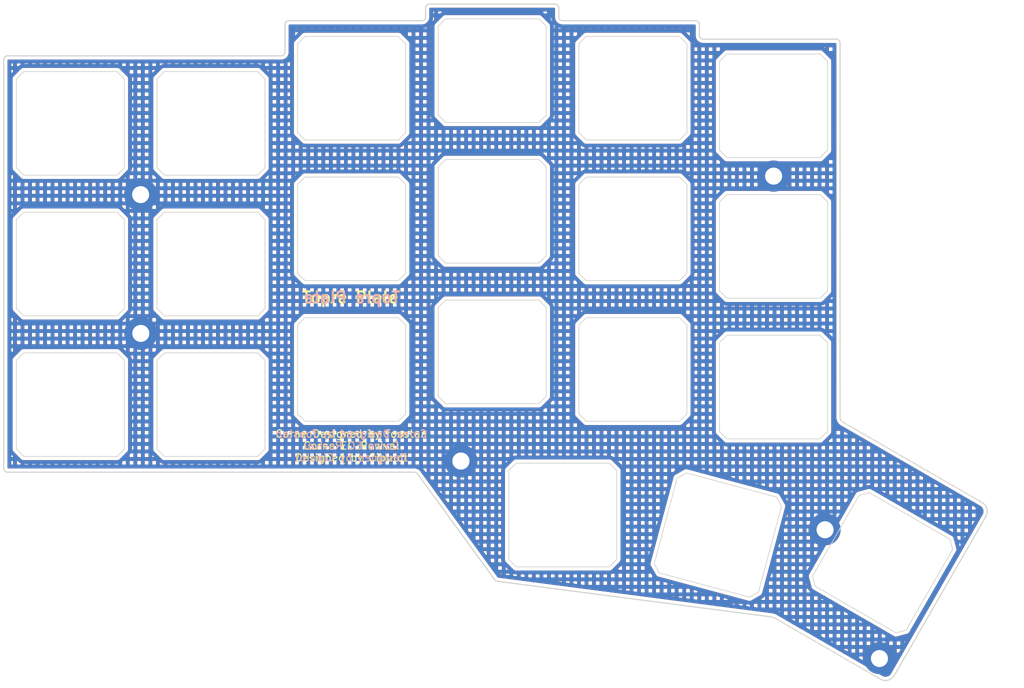
<source format=kicad_pcb>
(kicad_pcb (version 20211014) (generator pcbnew)
  (title_block (title "Corne EC Revival | NIZ Plate") (date "2022-01-28") (rev "1.0") (comment 1 "Copyright © 2021 Cipulot") (comment 2 "MIT License"))
  (layers (0 "F.Cu" signal) (31 "B.Cu" signal) (34 "B.Paste" user) (35 "F.Paste" user) (36 "B.SilkS" user "B.Silkscreen") (37 "F.SilkS" user "F.Silkscreen") (38 "B.Mask" user) (39 "F.Mask" user) (44 "Edge.Cuts" user))
  (net 0 "")
  (net 1 "GNDA")
  (footprint "kbd:M2_Hole_TH" (layer "F.Cu") (at 105.665 71.7)
    (fp_text reference "" (at 0 -3.2) (layer "F.SilkS"))
    (fp_text value "")
    (pad "" thru_hole circle locked (at 0 0) (size 4.2 4.2) (drill 2.3) (layers *.Cu *.Mask) (net 1 "GNDA"))
  )
  (footprint "kbd:M2_Hole_TH" (layer "F.Cu") (at 191.1886 69.2)
    (fp_text reference "" (at 0 -3.2) (layer "F.SilkS"))
    (fp_text value "")
    (pad "" thru_hole circle locked (at 0 0) (size 4.2 4.2) (drill 2.3) (layers *.Cu *.Mask) (net 1 "GNDA"))
  )
  (footprint "kbd:M2_Hole_TH" (layer "F.Cu") (at 198.14 116.9788)
    (fp_text reference "" (at 0 -3.2) (layer "F.SilkS"))
    (fp_text value "")
    (pad "" thru_hole circle locked (at 0 0) (size 4.2 4.2) (drill 2.3) (layers *.Cu *.Mask) (net 1 "GNDA"))
  )
  (footprint "kbd:M2_Hole_TH" (layer "F.Cu") (at 105.6886 90.45)
    (fp_text reference "" (at 0 -3.2) (layer "F.SilkS"))
    (fp_text value "")
    (pad "" thru_hole circle locked (at 0 0) (size 4.2 4.2) (drill 2.3) (layers *.Cu *.Mask) (net 1 "GNDA"))
  )
  (footprint "kbd:M2_Hole_TH" (layer "F.Cu") (at 205.49 134.3788)
    (fp_text reference "" (at 0 -3.2) (layer "F.SilkS"))
    (fp_text value "")
    (pad "" thru_hole circle locked (at 0 0) (size 4.2 4.2) (drill 2.3) (layers *.Cu *.Mask) (net 1 "GNDA"))
  )
  (footprint "kbd:M2_Hole_TH" (layer "F.Cu") (at 148.9386 107.7)
    (fp_text reference "" (at 0 -3.2) (layer "F.SilkS"))
    (fp_text value "")
    (pad "" thru_hole circle locked (at 0 0) (size 4.2 4.2) (drill 2.3) (layers *.Cu *.Mask) (net 1 "GNDA"))
  )
  (footprint "kbd:M2_Hole_TH" (layer "F.Cu") (at 148.9386 107.7)
    (fp_text reference "" (at 0 -3.2) (layer "F.SilkS"))
    (fp_text value "")
    (pad "" thru_hole circle locked (at 0 0) (size 4.2 4.2) (drill 2.3) (layers *.Cu *.Mask) (net 1 "GNDA"))
  )
  (gr_line (start 168.995 107.985) (end 156.395 107.985) (layer "Edge.Cuts") (width 0.1))
  (gr_line (start 179.475 63.325) (end 179.475 51.325) (layer "Edge.Cuts") (width 0.1))
  (gr_line (start 159.475 99.95) (end 160.475 98.95) (layer "Edge.Cuts") (width 0.1))
  (gr_line (start 198.475 72.7) (end 197.475 71.7) (layer "Edge.Cuts") (width 0.1))
  (gr_line (start 197.475 85.7) (end 198.475 84.7) (layer "Edge.Cuts") (width 0.1))
  (gr_line (start 102.475 55.075) (end 89.875 55.075) (layer "Edge.Cuts") (width 0.1))
  (gr_line (start 121.475 93.075) (end 108.875 93.075) (layer "Edge.Cuts") (width 0.1))
  (gr_arc (start 144.165 46.45) (mid 144.311447 46.096447) (end 144.665 45.95) (layer "Edge.Cuts") (width 0.15))
  (gr_line (start 169.995 120.985) (end 169.995 108.985) (layer "Edge.Cuts") (width 0.1))
  (gr_line (start 178.475 88.325) (end 165.875 88.325) (layer "Edge.Cuts") (width 0.1))
  (gr_line (start 140.475 102.325) (end 141.475 101.325) (layer "Edge.Cuts") (width 0.1))
  (gr_line (start 169.995 108.985) (end 168.995 107.985) (layer "Edge.Cuts") (width 0.1))
  (gr_line (start 175.759934 122.82492) (end 187.930599 126.08604) (layer "Edge.Cuts") (width 0.1))
  (gr_line (start 107.875 106.075) (end 108.875 107.075) (layer "Edge.Cuts") (width 0.1))
  (gr_line (start 197.475 104.7) (end 198.475 103.7) (layer "Edge.Cuts") (width 0.1))
  (gr_line (start 88.875 75.075) (end 88.875 87.075) (layer "Edge.Cuts") (width 0.1))
  (gr_line (start 145.875 79.95) (end 146.875 80.95) (layer "Edge.Cuts") (width 0.1))
  (gr_arc (start 200.515 102.425) (mid 200.261093 102.13374) (end 200.162282 101.760192) (layer "Edge.Cuts") (width 0.15))
  (gr_line (start 121.475 74.075) (end 108.875 74.075) (layer "Edge.Cuts") (width 0.1))
  (gr_line (start 198.475 91.7) (end 197.475 90.7) (layer "Edge.Cuts") (width 0.1))
  (gr_line (start 165.875 83.325) (end 178.475 83.325) (layer "Edge.Cuts") (width 0.1))
  (gr_arc (start 125.165 52.45) (mid 125.018553 52.803553) (end 124.665 52.95) (layer "Edge.Cuts") (width 0.15))
  (gr_arc (start 87.665 109.2) (mid 87.311447 109.053553) (end 87.165 108.7) (layer "Edge.Cuts") (width 0.15))
  (gr_line (start 89.875 69.075) (end 102.475 69.075) (layer "Edge.Cuts") (width 0.1))
  (gr_line (start 108.875 93.075) (end 107.875 94.075) (layer "Edge.Cuts") (width 0.1))
  (gr_line (start 127.875 88.325) (end 126.875 89.325) (layer "Edge.Cuts") (width 0.1))
  (gr_line (start 164.875 82.325) (end 165.875 83.325) (layer "Edge.Cuts") (width 0.1))
  (gr_line (start 141.475 70.325) (end 140.475 69.325) (layer "Edge.Cuts") (width 0.1))
  (gr_line (start 219.435509 113.346988) (end 200.515 102.425) (layer "Edge.Cuts") (width 0.15))
  (gr_line (start 160.475 60.95) (end 160.475 48.95) (layer "Edge.Cuts") (width 0.1))
  (gr_line (start 127.875 69.325) (end 126.875 70.325) (layer "Edge.Cuts") (width 0.1))
  (gr_line (start 122.475 87.075) (end 122.475 75.075) (layer "Edge.Cuts") (width 0.1))
  (gr_line (start 126.875 51.325) (end 126.875 63.325) (layer "Edge.Cuts") (width 0.1))
  (gr_line (start 140.475 64.325) (end 141.475 63.325) (layer "Edge.Cuts") (width 0.1))
  (gr_line (start 122.475 75.075) (end 121.475 74.075) (layer "Edge.Cuts") (width 0.1))
  (gr_line (start 142.665 109.2) (end 87.665 109.2) (layer "Edge.Cuts") (width 0.15))
  (gr_line (start 140.475 69.325) (end 127.875 69.325) (layer "Edge.Cuts") (width 0.1))
  (gr_line (start 156.395 121.985) (end 168.995 121.985) (layer "Edge.Cuts") (width 0.1))
  (gr_arc (start 144.165 47.7) (mid 144.018553 48.053553) (end 143.665 48.2) (layer "Edge.Cuts") (width 0.15))
  (gr_line (start 145.875 67.95) (end 145.875 79.95) (layer "Edge.Cuts") (width 0.1))
  (gr_line (start 140.475 88.325) (end 127.875 88.325) (layer "Edge.Cuts") (width 0.1))
  (gr_line (start 191.554066 112.563078) (end 179.383401 109.301958) (layer "Edge.Cuts") (width 0.1))
  (gr_line (start 183.875 91.7) (end 183.875 103.7) (layer "Edge.Cuts") (width 0.1))
  (gr_line (start 102.475 107.075) (end 103.475 106.075) (layer "Edge.Cuts") (width 0.1))
  (gr_arc (start 162.665 48.2) (mid 162.311447 48.053553) (end 162.165 47.7) (layer "Edge.Cuts") (width 0.15))
  (gr_line (start 207.72096 130.906985) (end 209.086985 130.54096) (layer "Edge.Cuts") (width 0.1))
  (gr_line (start 159.475 85.95) (end 146.875 85.95) (layer "Edge.Cuts") (width 0.1))
  (gr_line (start 198.475 103.7) (end 198.475 91.7) (layer "Edge.Cuts") (width 0.1))
  (gr_line (start 184.875 71.7) (end 183.875 72.7) (layer "Edge.Cuts") (width 0.1))
  (gr_line (start 107.875 87.075) (end 108.875 88.075) (layer "Edge.Cuts") (width 0.1))
  (gr_line (start 165.875 102.325) (end 178.475 102.325) (layer "Edge.Cuts") (width 0.1))
  (gr_line (start 215.386985 119.62904) (end 209.086985 130.54096) (layer "Edge.Cuts") (width 0.1))
  (gr_line (start 108.875 107.075) (end 121.475 107.075) (layer "Edge.Cuts") (width 0.1))
  (gr_arc (start 161.665 45.95) (mid 162.018553 46.096447) (end 162.165 46.45) (layer "Edge.Cuts") (width 0.15))
  (gr_line (start 164.875 89.325) (end 164.875 101.325) (layer "Edge.Cuts") (width 0.1))
  (gr_line (start 126.875 82.325) (end 127.875 83.325) (layer "Edge.Cuts") (width 0.1))
  (gr_line (start 141.475 101.325) (end 141.475 89.325) (layer "Edge.Cuts") (width 0.1))
  (gr_line (start 153.915 123.95) (end 190.585556 128.720344) (layer "Edge.Cuts") (width 0.15))
  (gr_line (start 140.475 50.325) (end 127.875 50.325) (layer "Edge.Cuts") (width 0.1))
  (gr_line (start 189.155344 125.378933) (end 192.261173 113.787823) (layer "Edge.Cuts") (width 0.1))
  (gr_line (start 160.475 86.95) (end 159.475 85.95) (layer "Edge.Cuts") (width 0.1))
  (gr_line (start 204.10904 111.963015) (end 202.743015 112.32904) (layer "Edge.Cuts") (width 0.1))
  (gr_line (start 165.875 69.325) (end 164.875 70.325) (layer "Edge.Cuts") (width 0.1))
  (gr_line (start 178.475 69.325) (end 165.875 69.325) (layer "Edge.Cuts") (width 0.1))
  (gr_line (start 162.165 47.7) (end 162.165 46.45) (layer "Edge.Cuts") (width 0.15))
  (gr_line (start 155.395 108.985) (end 155.395 120.985) (layer "Edge.Cuts") (width 0.1))
  (gr_line (start 183.875 84.7) (end 184.875 85.7) (layer "Edge.Cuts") (width 0.1))
  (gr_line (start 146.875 85.95) (end 145.875 86.95) (layer "Edge.Cuts") (width 0.1))
  (gr_line (start 126.875 70.325) (end 126.875 82.325) (layer "Edge.Cuts") (width 0.1))
  (gr_line (start 141.475 82.325) (end 141.475 70.325) (layer "Edge.Cuts") (width 0.1))
  (gr_line (start 145.875 60.95) (end 146.875 61.95) (layer "Edge.Cuts") (width 0.1))
  (gr_line (start 89.875 107.075) (end 102.475 107.075) (layer "Edge.Cuts") (width 0.1))
  (gr_line (start 125.165 48.7) (end 125.165 52.45) (layer "Edge.Cuts") (width 0.15))
  (gr_line (start 178.158656 110.009065) (end 175.052827 121.600175) (layer "Edge.Cuts") (width 0.1))
  (gr_line (start 145.875 86.95) (end 145.875 98.95) (layer "Edge.Cuts") (width 0.1))
  (gr_line (start 165.875 64.325) (end 178.475 64.325) (layer "Edge.Cuts") (width 0.1))
  (gr_line (start 145.875 48.95) (end 145.875 60.95) (layer "Edge.Cuts") (width 0.1))
  (gr_line (start 165.875 88.325) (end 164.875 89.325) (layer "Edge.Cuts") (width 0.1))
  (gr_line (start 187.930599 126.08604) (end 189.155344 125.378933) (layer "Edge.Cuts") (width 0.1))
  (gr_line (start 121.475 88.075) (end 122.475 87.075) (layer "Edge.Cuts") (width 0.1))
  (gr_line (start 198.475 65.7) (end 198.475 53.7) (layer "Edge.Cuts") (width 0.1))
  (gr_line (start 179.383401 109.301958) (end 178.158656 110.009065) (layer "Edge.Cuts") (width 0.1))
  (gr_line (start 179.475 51.325) (end 178.475 50.325) (layer "Edge.Cuts") (width 0.1))
  (gr_line (start 146.875 47.95) (end 145.875 48.95) (layer "Edge.Cuts") (width 0.1))
  (gr_line (start 141.475 51.325) (end 140.475 50.325) (layer "Edge.Cuts") (width 0.1))
  (gr_line (start 160.475 67.95) (end 159.475 66.95) (layer "Edge.Cuts") (width 0.1))
  (gr_line (start 159.475 61.95) (end 160.475 60.95) (layer "Edge.Cuts") (width 0.1))
  (gr_line (start 88.875 106.075) (end 89.875 107.075) (layer "Edge.Cuts") (width 0.1))
  (gr_line (start 155.395 120.985) (end 156.395 121.985) (layer "Edge.Cuts") (width 0.1))
  (gr_line (start 159.475 66.95) (end 146.875 66.95) (layer "Edge.Cuts") (width 0.1))
  (gr_line (start 121.475 69.075) (end 122.475 68.075) (layer "Edge.Cuts") (width 0.1))
  (gr_line (start 164.875 101.325) (end 165.875 102.325) (layer "Edge.Cuts") (width 0.1))
  (gr_line (start 140.475 83.325) (end 141.475 82.325) (layer "Edge.Cuts") (width 0.1))
  (gr_line (start 127.875 64.325) (end 140.475 64.325) (layer "Edge.Cuts") (width 0.1))
  (gr_line (start 146.875 80.95) (end 159.475 80.95) (layer "Edge.Cuts") (width 0.1))
  (gr_line (start 191.24 128.85) (end 205.534251 137.110956) (layer "Edge.Cuts") (width 0.15))
  (gr_line (start 88.875 56.075) (end 88.875 68.075) (layer "Edge.Cuts") (width 0.1))
  (gr_line (start 107.875 75.075) (end 107.875 87.075) (layer "Edge.Cuts") (width 0.1))
  (gr_line (start 159.475 47.95) (end 146.875 47.95) (layer "Edge.Cuts") (width 0.1))
  (gr_line (start 156.395 107.985) (end 155.395 108.985) (layer "Edge.Cuts") (width 0.1))
  (gr_arc (start 180.665 48.2) (mid 181.018553 48.346447) (end 181.165 48.7) (layer "Edge.Cuts") (width 0.15))
  (gr_line (start 124.665 52.95) (end 87.665 52.95) (layer "Edge.Cuts") (width 0.15))
  (gr_line (start 103.475 56.075) (end 102.475 55.075) (layer "Edge.Cuts") (width 0.1))
  (gr_line (start 184.875 66.7) (end 197.475 66.7) (layer "Edge.Cuts") (width 0.1))
  (gr_line (start 108.875 74.075) (end 107.875 75.075) (layer "Edge.Cuts") (width 0.1))
  (gr_line (start 89.875 55.075) (end 88.875 56.075) (layer "Edge.Cuts") (width 0.1))
  (gr_line (start 141.475 63.325) (end 141.475 51.325) (layer "Edge.Cuts") (width 0.1))
  (gr_line (start 179.475 82.325) (end 179.475 70.325) (layer "Edge.Cuts") (width 0.1))
  (gr_line (start 102.475 74.075) (end 89.875 74.075) (layer "Edge.Cuts") (width 0.1))
  (gr_line (start 178.475 102.325) (end 179.475 101.325) (layer "Edge.Cuts") (width 0.1))
  (gr_line (start 160.475 48.95) (end 159.475 47.95) (layer "Edge.Cuts") (width 0.1))
  (gr_line (start 107.875 68.075) (end 108.875 69.075) (layer "Edge.Cuts") (width 0.1))
  (gr_arc (start 142.665 109.2) (mid 142.856342 109.23806) (end 143.018553 109.346447) (layer "Edge.Cuts") (width 0.15))
  (gr_line (start 184.875 52.7) (end 183.875 53.7) (layer "Edge.Cuts") (width 0.1))
  (gr_line (start 146.875 61.95) (end 159.475 61.95) (layer "Edge.Cuts") (width 0.1))
  (gr_line (start 179.475 70.325) (end 178.475 69.325) (layer "Edge.Cuts") (width 0.1))
  (gr_line (start 87.165 53.45) (end 87.165 108.7) (layer "Edge.Cuts") (width 0.15))
  (gr_line (start 89.875 74.075) (end 88.875 75.075) (layer "Edge.Cuts") (width 0.1))
  (gr_line (start 159.475 80.95) (end 160.475 79.95) (layer "Edge.Cuts") (width 0.1))
  (gr_line (start 122.475 56.075) (end 121.475 55.075) (layer "Edge.Cuts") (width 0.1))
  (gr_line (start 89.875 88.075) (end 102.475 88.075) (layer "Edge.Cuts") (width 0.1))
  (gr_line (start 192.261173 113.787823) (end 191.554066 112.563078) (layer "Edge.Cuts") (width 0.1))
  (gr_line (start 146.875 66.95) (end 145.875 67.95) (layer "Edge.Cuts") (width 0.1))
  (gr_line (start 184.875 104.7) (end 197.475 104.7) (layer "Edge.Cuts") (width 0.1))
  (gr_line (start 197.475 71.7) (end 184.875 71.7) (layer "Edge.Cuts") (width 0.1))
  (gr_line (start 121.475 55.075) (end 108.875 55.075) (layer "Edge.Cuts") (width 0.1))
  (gr_line (start 145.875 98.95) (end 146.875 99.95) (layer "Edge.Cuts") (width 0.1))
  (gr_line (start 196.80904 124.606985) (end 207.72096 130.906985) (layer "Edge.Cuts") (width 0.1))
  (gr_line (start 122.475 68.075) (end 122.475 56.075) (layer "Edge.Cuts") (width 0.1))
  (gr_line (start 102.475 93.075) (end 89.875 93.075) (layer "Edge.Cuts") (width 0.1))
  (gr_line (start 215.02096 118.263015) (end 204.10904 111.963015) (layer "Edge.Cuts") (width 0.1))
  (gr_arc (start 125.165 48.7) (mid 125.311447 48.346447) (end 125.665 48.2) (layer "Edge.Cuts") (width 0.15))
  (gr_line (start 178.475 50.325) (end 165.875 50.325) (layer "Edge.Cuts") (width 0.1))
  (gr_line (start 202.743015 112.32904) (end 196.443015 123.24096) (layer "Edge.Cuts") (width 0.1))
  (gr_line (start 108.875 69.075) (end 121.475 69.075) (layer "Edge.Cuts") (width 0.1))
  (gr_line (start 103.475 94.075) (end 102.475 93.075) (layer "Edge.Cuts") (width 0.1))
  (gr_line (start 146.875 99.95) (end 159.475 99.95) (layer "Edge.Cuts") (width 0.1))
  (gr_line (start 122.475 94.075) (end 121.475 93.075) (layer "Edge.Cuts") (width 0.1))
  (gr_arc (start 181.665 50.7) (mid 181.311447 50.553553) (end 181.165 50.2) (layer "Edge.Cuts") (width 0.15))
  (gr_line (start 198.475 53.7) (end 197.475 52.7) (layer "Edge.Cuts") (width 0.1))
  (gr_line (start 164.875 51.325) (end 164.875 63.325) (layer "Edge.Cuts") (width 0.1))
  (gr_line (start 143.665 48.2) (end 125.665 48.2) (layer "Edge.Cuts") (width 0.15))
  (gr_line (start 178.475 64.325) (end 179.475 63.325) (layer "Edge.Cuts") (width 0.1))
  (gr_line (start 184.875 90.7) (end 183.875 91.7) (layer "Edge.Cuts") (width 0.1))
  (gr_arc (start 207.462263 136.731465) (mid 206.577069 137.321617) (end 205.534251 137.110956) (layer "Edge.Cuts") (width 0.15))
  (gr_line (start 107.875 56.075) (end 107.875 68.075) (layer "Edge.Cuts") (width 0.1))
  (gr_line (start 200.165 51.2) (end 200.162282 101.760192) (layer "Edge.Cuts") (width 0.15))
  (gr_line (start 183.875 65.7) (end 184.875 66.7) (layer "Edge.Cuts") (width 0.1))
  (gr_line (start 183.875 72.7) (end 183.875 84.7) (layer "Edge.Cuts") (width 0.1))
  (gr_line (start 102.475 88.075) (end 103.475 87.075) (layer "Edge.Cuts") (width 0.1))
  (gr_line (start 103.475 106.075) (end 103.475 94.075) (layer "Edge.Cuts") (width 0.1))
  (gr_line (start 127.875 83.325) (end 140.475 83.325) (layer "Edge.Cuts") (width 0.1))
  (gr_line (start 102.475 69.075) (end 103.475 68.075) (layer "Edge.Cuts") (width 0.1))
  (gr_line (start 197.475 52.7) (end 184.875 52.7) (layer "Edge.Cuts") (width 0.1))
  (gr_line (start 127.875 102.325) (end 140.475 102.325) (layer "Edge.Cuts") (width 0.1))
  (gr_arc (start 190.585556 128.720344) (mid 190.915952 128.769149) (end 191.24 128.85) (layer "Edge.Cuts") (width 0.15))
  (gr_line (start 197.475 90.7) (end 184.875 90.7) (layer "Edge.Cuts") (width 0.1))
  (gr_line (start 88.875 68.075) (end 89.875 69.075) (layer "Edge.Cuts") (width 0.1))
  (gr_line (start 103.475 75.075) (end 102.475 74.075) (layer "Edge.Cuts") (width 0.1))
  (gr_line (start 121.475 107.075) (end 122.475 106.075) (layer "Edge.Cuts") (width 0.1))
  (gr_line (start 127.875 50.325) (end 126.875 51.325) (layer "Edge.Cuts") (width 0.1))
  (gr_arc (start 219.435509 113.346988) (mid 220.025661 114.232182) (end 219.815 115.275) (layer "Edge.Cuts") (width 0.15))
  (gr_arc (start 87.165 53.45) (mid 87.311447 53.096447) (end 87.665 52.95) (layer "Edge.Cuts") (width 0.15))
  (gr_line (start 108.875 88.075) (end 121.475 88.075) (layer "Edge.Cuts") (width 0.1))
  (gr_line (start 143.018553 109.346447) (end 153.561447 123.803553) (layer "Edge.Cuts") (width 0.15))
  (gr_line (start 160.475 79.95) (end 160.475 67.95) (layer "Edge.Cuts") (width 0.1))
  (gr_line (start 164.875 70.325) (end 164.875 82.325) (layer "Edge.Cuts") (width 0.1))
  (gr_line (start 180.665 48.2) (end 162.665 48.2) (layer "Edge.Cuts") (width 0.15))
  (gr_line (start 215.386985 119.62904) (end 215.02096 118.263015) (layer "Edge.Cuts") (width 0.1))
  (gr_line (start 126.875 101.325) (end 127.875 102.325) (layer "Edge.Cuts") (width 0.1))
  (gr_line (start 88.875 94.075) (end 88.875 106.075) (layer "Edge.Cuts") (width 0.1))
  (gr_line (start 183.875 53.7) (end 183.875 65.7) (layer "Edge.Cuts") (width 0.1))
  (gr_line (start 168.995 121.985) (end 169.995 120.985) (layer "Edge.Cuts") (width 0.1))
  (gr_arc (start 199.665 50.7) (mid 200.018553 50.846447) (end 200.165 51.2) (layer "Edge.Cuts") (width 0.15))
  (gr_line (start 197.475 66.7) (end 198.475 65.7) (layer "Edge.Cuts") (width 0.1))
  (gr_line (start 196.443015 123.24096) (end 196.80904 124.606985) (layer "Edge.Cuts") (width 0.1))
  (gr_line (start 122.475 106.075) (end 122.475 94.075) (layer "Edge.Cuts") (width 0.1))
  (gr_line (start 108.875 55.075) (end 107.875 56.075) (layer "Edge.Cuts") (width 0.1))
  (gr_line (start 107.875 94.075) (end 107.875 106.075) (layer "Edge.Cuts") (width 0.1))
  (gr_line (start 103.475 68.075) (end 103.475 56.075) (layer "Edge.Cuts") (width 0.1))
  (gr_line (start 198.475 84.7) (end 198.475 72.7) (layer "Edge.Cuts") (width 0.1))
  (gr_line (start 126.875 89.325) (end 126.875 101.325) (layer "Edge.Cuts") (width 0.1))
  (gr_line (start 103.475 87.075) (end 103.475 75.075) (layer "Edge.Cuts") (width 0.1))
  (gr_line (start 175.052827 121.600175) (end 175.759934 122.82492) (layer "Edge.Cuts") (width 0.1))
  (gr_line (start 183.875 103.7) (end 184.875 104.7) (layer "Edge.Cuts") (width 0.1))
  (gr_line (start 161.665 45.95) (end 144.665 45.95) (layer "Edge.Cuts") (width 0.15))
  (gr_line (start 184.875 85.7) (end 197.475 85.7) (layer "Edge.Cuts") (width 0.1))
  (gr_line (start 179.475 101.325) (end 179.475 89.325) (layer "Edge.Cuts") (width 0.1))
  (gr_line (start 88.875 87.075) (end 89.875 88.075) (layer "Edge.Cuts") (width 0.1))
  (gr_line (start 126.875 63.325) (end 127.875 64.325) (layer "Edge.Cuts") (width 0.1))
  (gr_line (start 160.475 98.95) (end 160.475 86.95) (layer "Edge.Cuts") (width 0.1))
  (gr_line (start 164.875 63.325) (end 165.875 64.325) (layer "Edge.Cuts") (width 0.1))
  (gr_line (start 178.475 83.325) (end 179.475 82.325) (layer "Edge.Cuts") (width 0.1))
  (gr_arc (start 153.915 123.95) (mid 153.723658 123.91194) (end 153.561447 123.803553) (layer "Edge.Cuts") (width 0.15))
  (gr_line (start 199.665 50.7) (end 181.665 50.7) (layer "Edge.Cuts") (width 0.15))
  (gr_line (start 181.165 50.2) (end 181.165 48.7) (layer "Edge.Cuts") (width 0.15))
  (gr_line (start 165.875 50.325) (end 164.875 51.325) (layer "Edge.Cuts") (width 0.1))
  (gr_line (start 141.475 89.325) (end 140.475 88.325) (layer "Edge.Cuts") (width 0.1))
  (gr_line (start 144.165 46.45) (end 144.165 47.7) (layer "Edge.Cuts") (width 0.15))
  (gr_line (start 179.475 89.325) (end 178.475 88.325) (layer "Edge.Cuts") (width 0.1))
  (gr_line (start 207.462263 136.731465) (end 219.815 115.275) (layer "Edge.Cuts") (width 0.15))
  (gr_line (start 89.875 93.075) (end 88.875 94.075) (layer "Edge.Cuts") (width 0.1))
  (gr_text "Corne Designed by foostan\nCorne EC Revival\nDesigned by Cipulot" (at 134.14 105.6288) (layer "B.SilkS") (effects (font (size 1 1)) (justify mirror)))
  (gr_text "Topre Plate" (at 134.2 85.6) (layer "B.SilkS") (effects (font (size 1.5 1.5) (thickness 0.3)) (justify mirror)))
  (gr_text "Corne Designed by foostan\nCorne EC Revival\nDesigned by Cipulot" (at 134.14 105.6288) (layer "F.SilkS") (effects (font (size 1 1))))
  (gr_text "Topre Plate" (at 134 85.6) (layer "F.SilkS") (effects (font (size 1.5 1.5) (thickness 0.3))))
  (zone (net 1) (net_name "GNDA") (layers F&B.Cu) (connect_pads yes (clearance 0.508)) (min_thickness 0.254) (fill yes (mode hatch) (thermal_gap 0.508) (thermal_bridge_width 0.508) (hatch_thickness 0.508) (hatch_gap 0.508) (hatch_orientation 0) (hatch_border_algorithm hatch_thickness) (hatch_min_hole_area 0.3))
    (polygon (pts (xy 162.715 47.8038) (xy 181.74 47.8038) (xy 181.74 50.1538) (xy 200.715 50.1538) (xy 200.715 101.6288) (xy 221.265 113.5788) (xy 206.89 138.4038) (xy 191.04 129.2288) (xy 153.49 124.3538) (xy 142.815 109.5788) (xy 86.665 109.5788) (xy 86.665 52.5288) (xy 124.665 52.5288) (xy 124.665 47.7788) (xy 143.665 47.7788) (xy 143.665 45.4038) (xy 162.715 45.4038)))
  )
)
</source>
